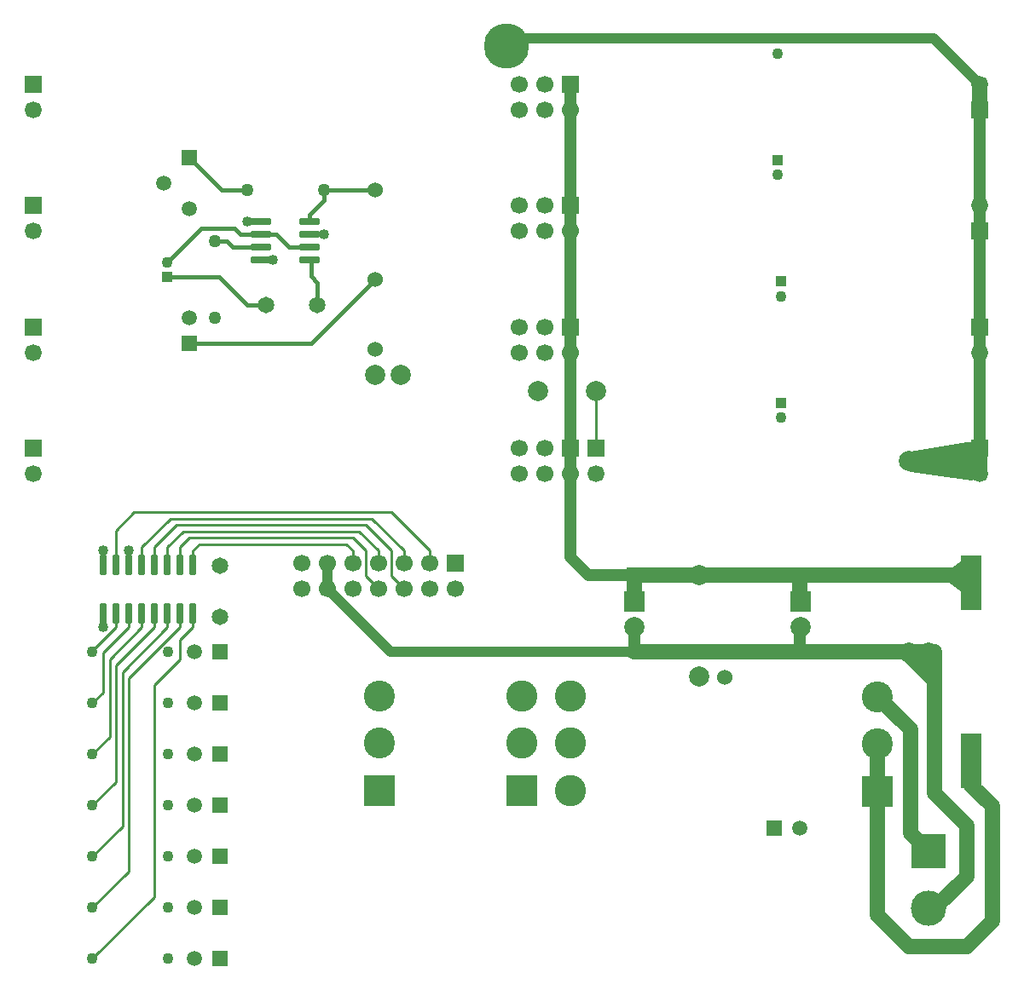
<source format=gbr>
G04 DipTrace 4.3.0.5*
G04 1 - Top.gbr*
%MOMM*%
G04 #@! TF.FileFunction,Copper,L1,Top*
G04 #@! TF.Part,Single*
%AMOUTLINE0*
4,1,28,
0.16,-1.035,
-0.16,-1.035,
-0.204,-1.02921,
-0.245,-1.01222,
-0.28021,-0.98521,
-0.30722,-0.95,
-0.32421,-0.909,
-0.33,-0.865,
-0.33,0.865,
-0.32421,0.909,
-0.30722,0.95,
-0.28021,0.98521,
-0.245,1.01222,
-0.204,1.02921,
-0.16,1.035,
0.16,1.035,
0.204,1.02921,
0.245,1.01222,
0.28021,0.98521,
0.30722,0.95,
0.32421,0.909,
0.33,0.865,
0.33,-0.865,
0.32421,-0.909,
0.30722,-0.95,
0.28021,-0.98521,
0.245,-1.01222,
0.204,-1.02921,
0.16,-1.035,
0*%
%AMOUTLINE3*
4,1,28,
-0.16,1.035,
0.16,1.035,
0.204,1.02921,
0.245,1.01222,
0.28021,0.98521,
0.30722,0.95,
0.32421,0.909,
0.33,0.865,
0.33,-0.865,
0.32421,-0.909,
0.30722,-0.95,
0.28021,-0.98521,
0.245,-1.01222,
0.204,-1.02921,
0.16,-1.035,
-0.16,-1.035,
-0.204,-1.02921,
-0.245,-1.01222,
-0.28021,-0.98521,
-0.30722,-0.95,
-0.32421,-0.909,
-0.33,-0.865,
-0.33,0.865,
-0.32421,0.909,
-0.30722,0.95,
-0.28021,0.98521,
-0.245,1.01222,
-0.204,1.02921,
-0.16,1.035,
0*%
%AMOUTLINE6*
4,1,28,
1.035,0.16,
1.035,-0.16,
1.02921,-0.204,
1.01222,-0.245,
0.98521,-0.28021,
0.95,-0.30722,
0.909,-0.32421,
0.865,-0.33,
-0.865,-0.33,
-0.909,-0.32421,
-0.95,-0.30722,
-0.98521,-0.28021,
-1.01222,-0.245,
-1.02921,-0.204,
-1.035,-0.16,
-1.035,0.16,
-1.02921,0.204,
-1.01222,0.245,
-0.98521,0.28021,
-0.95,0.30722,
-0.909,0.32421,
-0.865,0.33,
0.865,0.33,
0.909,0.32421,
0.95,0.30722,
0.98521,0.28021,
1.01222,0.245,
1.02921,0.204,
1.035,0.16,
0*%
%AMOUTLINE9*
4,1,28,
-1.035,-0.16,
-1.035,0.16,
-1.02921,0.204,
-1.01222,0.245,
-0.98521,0.28021,
-0.95,0.30722,
-0.909,0.32421,
-0.865,0.33,
0.865,0.33,
0.909,0.32421,
0.95,0.30722,
0.98521,0.28021,
1.01222,0.245,
1.02921,0.204,
1.035,0.16,
1.035,-0.16,
1.02921,-0.204,
1.01222,-0.245,
0.98521,-0.28021,
0.95,-0.30722,
0.909,-0.32421,
0.865,-0.33,
-0.865,-0.33,
-0.909,-0.32421,
-0.95,-0.30722,
-0.98521,-0.28021,
-1.01222,-0.245,
-1.02921,-0.204,
-1.035,-0.16,
0*%
G04 #@! TA.AperFunction,Conductor*
%ADD10C,0.25*%
%ADD16C,1.5*%
%ADD17C,1.2*%
%ADD18C,1.0*%
%ADD19C,0.44*%
%ADD20C,0.66*%
%ADD21C,0.5*%
G04 #@! TA.AperFunction,CopperBalancing*
%ADD23C,0.381*%
G04 #@! TA.AperFunction,ComponentPad*
%ADD27R,1.6X1.6*%
%ADD28C,1.6*%
%ADD29R,1.69X1.69*%
%ADD30C,1.69*%
%ADD31R,1.7X1.7*%
%ADD32C,1.7*%
%ADD33C,1.5*%
%ADD34R,1.5X1.5*%
%ADD35C,1.524*%
%ADD36C,1.524*%
%ADD37C,3.5*%
%ADD38R,3.5X3.5*%
%ADD39R,2.0X3.0*%
%ADD40R,3.08X3.08*%
%ADD41C,3.08*%
%ADD42R,3.1X3.1*%
%ADD43C,3.1*%
%ADD44C,1.1*%
%ADD45C,2.0*%
%ADD46C,1.65*%
%ADD47C,4.5*%
%ADD49R,1.1X1.1*%
%ADD50R,2.0X2.0*%
%ADD51C,2.0*%
%ADD52C,1.27*%
%ADD53C,1.27*%
G04 #@! TA.AperFunction,ViaPad*
%ADD54C,1.016*%
%ADD120OUTLINE0*%
%ADD123OUTLINE3*%
%ADD126OUTLINE6*%
%ADD129OUTLINE9*%
%FSLAX35Y35*%
G04*
G71*
G90*
G75*
G01*
G04 Top*
%LPD*%
X2918880Y-563753D2*
D16*
X4516247D1*
X4572000Y-508000D1*
X4617503D1*
X2172753Y-563753D2*
X2918880D1*
X1270000D2*
X1918753D1*
X2172753D1*
X4617503Y-762000D2*
D10*
Y-508000D1*
X1918753Y-563753D2*
D3*
X1270000D2*
D16*
Y-825500D1*
X2918880Y-563753D2*
Y-823380D1*
X2921000Y-825500D1*
X1270000Y-563753D2*
D17*
X817753D1*
X635000Y-381000D1*
Y444500D1*
Y698500D2*
Y1905000D1*
Y4318000D1*
Y2857500D2*
D10*
Y3111500D1*
Y4064000D1*
Y2857500D2*
D17*
Y698500D1*
Y1651000D1*
Y1905000D1*
Y444500D2*
Y698500D1*
X-3143250Y1746250D2*
D19*
X-1936750D1*
X-1301750Y2381250D1*
X-3365500Y2401500D2*
X-2846000D1*
X-2571750Y2127250D1*
X-2381250D1*
X-2571750Y2952750D2*
X-2433250D1*
X-1301750Y3270250D2*
X-1809750D1*
X-2433250Y2571750D2*
X-2317750D1*
X-1809750Y3270250D2*
Y3161573D1*
X-1948250Y3023073D1*
Y2952750D1*
X4617503Y-2532253D2*
D17*
Y-2278253D1*
Y-2532253D2*
D16*
Y-2649003D1*
X4826000Y-2857500D1*
Y-4000500D1*
X4572000Y-4254500D1*
X4001197D1*
X3683000Y-3936303D1*
Y-2709567D1*
X3685267Y-2707300D1*
Y-2237300D1*
X4191000Y-3302000D2*
X4013357Y-3124357D1*
Y-2095390D1*
X3685267Y-1767300D1*
X4191000Y-3873500D2*
X4254500D1*
X4572000Y-3556000D1*
Y-3048000D1*
X4254500Y-2730500D1*
Y-1325753D1*
X4000500D1*
X2918880D1*
X1270000D1*
X-1778000Y-698500D2*
D18*
X-1150747Y-1325753D1*
X1270000D1*
X-4000500Y-456000D2*
D21*
Y-317500D1*
X-1778000Y-444500D2*
D18*
Y-698500D1*
X2918880Y-1325753D2*
D17*
Y-1081620D1*
X2921000Y-1079500D1*
X1270000Y-1325753D2*
Y-1079500D1*
X4191000Y-1333500D2*
D20*
Y-1325753D1*
D16*
X4254500D1*
X4000500Y-1333500D2*
D20*
Y-1325753D1*
X4699000Y698500D2*
D17*
Y4064000D1*
Y3111500D2*
D10*
Y4064000D1*
Y2857500D2*
Y698500D1*
X2698750Y4774000D2*
D18*
X4243000D1*
X4699000Y4318000D1*
Y698500D2*
D17*
Y1651000D1*
Y1905000D2*
Y2857500D1*
Y3111500D2*
Y2857500D1*
Y1651000D2*
Y1905000D1*
Y4064000D2*
D16*
Y4318000D1*
X4191000Y571500D2*
D18*
X4635500D1*
X4699000Y635000D1*
Y444500D1*
X4000500Y571500D2*
D17*
X4191000D1*
X2698750Y4774000D2*
D18*
X75000D1*
X0Y4699000D1*
X4699000Y444500D2*
D16*
Y698500D1*
X-4000500Y-941000D2*
D21*
Y-1079500D1*
X-762000Y-444500D2*
D10*
Y-317500D1*
X-1143000Y63500D1*
X-3692657D1*
X-3873500Y-117343D1*
Y-456000D1*
X-1016000Y-444500D2*
Y-317500D1*
X-1333500Y0D1*
X-3335490D1*
X-3619500Y-284010D1*
Y-456000D1*
X-3365500Y2551500D2*
D19*
X-3027750Y2889250D1*
X-2698750D1*
X-2635250Y2825750D1*
X-2433250D1*
X-2284250D1*
X-2157250Y2698750D1*
X-1948250D1*
X-1809750Y2825750D2*
X-1948250D1*
X-2571750Y3270250D2*
X-2825750D1*
X-3143250Y3587750D1*
X-2889250Y2762250D2*
X-2776180D1*
X-2712680Y2698750D1*
X-2433250D1*
X889000Y1270000D2*
D10*
Y698500D1*
X-1873250Y2127250D2*
D19*
Y2347730D1*
X-1936750Y2411230D1*
Y2571750D1*
X-1948250D1*
X-3619500Y-941000D2*
D10*
Y-1077760D1*
X-3937000Y-1395260D1*
Y-2171007D1*
X-4107747Y-2341753D1*
X-3873500Y-941000D2*
Y-1079500D1*
X-4119753Y-1325753D1*
X-4107747D1*
X-3746500Y-941000D2*
Y-1077760D1*
X-4000500Y-1331760D1*
Y-1726507D1*
X-4107747Y-1833753D1*
X-1016000Y-698500D2*
X-1143000Y-571500D1*
Y-317500D1*
X-1397000Y-63500D1*
X-3271990D1*
X-3492500Y-284010D1*
Y-456000D1*
X-1270000Y-444500D2*
Y-317500D1*
X-1460500Y-127000D1*
X-3208490D1*
X-3365500Y-284010D1*
Y-456000D1*
X-3492500Y-941000D2*
Y-1077760D1*
X-3873500Y-1458760D1*
Y-2615507D1*
X-4107747Y-2849753D1*
X-3365500Y-941000D2*
Y-1077760D1*
X-3810000Y-1522260D1*
Y-3060007D1*
X-4107747Y-3357753D1*
X-1270000Y-698500D2*
X-1397000Y-571500D1*
Y-317500D1*
X-1524000Y-190500D1*
X-3144990D1*
X-3238500Y-284010D1*
Y-456000D1*
Y-941000D2*
Y-1077760D1*
X-3746500Y-1585760D1*
Y-3504507D1*
X-4107747Y-3865753D1*
X-1524000Y-444500D2*
Y-317500D1*
X-1587500Y-254000D1*
X-3048000D1*
X-3111500Y-317500D1*
Y-456000D1*
Y-941000D2*
Y-1079500D1*
X-3238500Y-1206500D1*
Y-1397000D1*
X-3492500Y-1651000D1*
Y-3758507D1*
X-4107747Y-4373753D1*
X-3746500Y-456000D2*
Y-317500D1*
D54*
X-4000500D3*
Y-1079500D3*
X-3746500Y-317500D3*
X-2317750Y2571750D3*
X-2571750Y2952750D3*
X-1809750Y2825750D3*
X4531787Y-437817D2*
D23*
X4549133D1*
X4481447Y-475583D2*
X4549133D1*
X4431107Y-513350D2*
X4549133D1*
X4380727Y-551117D2*
X4549133D1*
X4376747Y-588883D2*
X4549133D1*
X4427087Y-626650D2*
X4549133D1*
X4477467Y-664417D2*
X4549133D1*
X4527807Y-702183D2*
X4549133D1*
X4552963Y-419090D2*
X4349747Y-571497D1*
X4552950Y-723880D1*
Y-419120D1*
X3961080Y-1390317D2*
X4231620D1*
X3998847Y-1428083D2*
X4231620D1*
X4036613Y-1465850D2*
X4231620D1*
X4074377Y-1503617D2*
X4231620D1*
X4112143Y-1541383D2*
X4231620D1*
X4149907Y-1579150D2*
X4231620D1*
X4187673Y-1616917D2*
X4231620D1*
X4235430Y-1352550D2*
X3919507D1*
X4235457Y-1668517D1*
X4235450Y-1352570D1*
X4350800Y705183D2*
X4612633D1*
X4124173Y667417D2*
X4612633D1*
X4023380Y629650D2*
X4612633D1*
X4023380Y591883D2*
X4612633D1*
X4023380Y554117D2*
X4612633D1*
X4023380Y516350D2*
X4612633D1*
X4117177Y478583D2*
X4612633D1*
X4368957Y440817D2*
X4612633D1*
X4019540Y492657D2*
X4616450Y403120D1*
X4616443Y742950D1*
X4573573D1*
X4019533Y650610D1*
X4019550Y514350D1*
Y492640D1*
D27*
X2918880Y-563753D3*
D28*
Y-1325753D3*
D27*
X1270000Y-563753D3*
D28*
Y-1325753D3*
D29*
X-4699000Y4318000D3*
D30*
Y4064000D3*
D31*
X635000Y4318000D3*
D32*
Y4064000D3*
X381000Y4318000D3*
Y4064000D3*
X127000Y4318000D3*
Y4064000D3*
D33*
X2912063Y-3076367D3*
D34*
X2658063D3*
D35*
X2172753Y-1579753D3*
D36*
Y-563753D3*
D37*
X4191000Y-3873500D3*
D38*
Y-3302000D3*
D39*
X4617503Y-762000D3*
Y-508000D3*
Y-2532253D3*
Y-2278253D3*
D31*
X-508000Y-444500D3*
D32*
Y-698500D3*
X-762000Y-444500D3*
Y-698500D3*
X-1016000Y-444500D3*
Y-698500D3*
X-1270000Y-444500D3*
Y-698500D3*
X-1524000Y-444500D3*
Y-698500D3*
X-1778000Y-444500D3*
Y-698500D3*
X-2032000Y-444500D3*
Y-698500D3*
D33*
X-3097747Y-1325753D3*
D34*
X-2843747D3*
D40*
X-1256247Y-2699553D3*
D41*
Y-2229553D3*
Y-1759553D3*
D42*
X153253Y-2699553D3*
D43*
Y-2229553D3*
Y-1759553D3*
X636253D3*
Y-2229553D3*
Y-2699553D3*
D120*
X-3111500Y-456000D3*
X-3238500D3*
X-3365500D3*
X-3492500D3*
X-3619500D3*
X-3746500D3*
X-3873500D3*
X-4000500D3*
D123*
Y-941000D3*
X-3873500D3*
X-3746500D3*
X-3619500D3*
X-3492500D3*
X-3365500D3*
X-3238500D3*
X-3111500D3*
D44*
X-4107747Y-1325753D3*
X-3357747D3*
X-4107747Y-1833753D3*
X-3357747D3*
X-4107747Y-2341753D3*
X-3357747D3*
X-4107747Y-2849753D3*
X-3357747D3*
X-4107747Y-3357753D3*
X-3357747D3*
X-4107747Y-3865753D3*
X-3357747D3*
X-4107747Y-4373753D3*
X-3357747D3*
D33*
X-3097747Y-1833753D3*
D34*
X-2843747D3*
D33*
X-3097747Y-2341753D3*
D34*
X-2843747D3*
D33*
X-3097747Y-2849753D3*
D34*
X-2843747D3*
D33*
X-3097747Y-3357753D3*
D34*
X-2843747D3*
D33*
X-3097747Y-3865753D3*
D34*
X-2843747D3*
D33*
X-3097747Y-4373753D3*
D34*
X-2843747D3*
D45*
X1918753Y-563753D3*
Y-1564500D3*
D46*
X-2843747Y-976503D3*
Y-468503D3*
D40*
X3685267Y-2707300D3*
D41*
Y-2237300D3*
Y-1767300D3*
D47*
X0Y4699000D3*
D29*
X-4699000Y3111500D3*
D30*
Y2857500D3*
D31*
X635000Y3111500D3*
D32*
Y2857500D3*
X381000Y3111500D3*
Y2857500D3*
X127000Y3111500D3*
Y2857500D3*
D49*
X2698750Y3567500D3*
D44*
Y3417500D3*
D49*
X2730500Y1154500D3*
D44*
Y1004500D3*
D49*
X2698750Y4774000D3*
D44*
Y4624000D3*
D31*
X635000Y1905000D3*
D32*
Y1651000D3*
X381000Y1905000D3*
Y1651000D3*
X127000Y1905000D3*
Y1651000D3*
D49*
X2730500Y2361000D3*
D44*
Y2211000D3*
D29*
X4699000Y2857500D3*
D30*
Y3111500D3*
D29*
X-4699000Y1905000D3*
D30*
Y1651000D3*
D29*
X4699000Y1905000D3*
D30*
Y1651000D3*
D29*
Y4064000D3*
D30*
Y4318000D3*
D29*
X-4699000Y698500D3*
D30*
Y444500D3*
D31*
X635000Y698500D3*
D32*
Y444500D3*
X381000Y698500D3*
Y444500D3*
X127000Y698500D3*
Y444500D3*
D29*
X4699000Y698500D3*
D30*
Y444500D3*
D50*
X1270000Y-825500D3*
X2921000D3*
D51*
X1270000Y-1079500D3*
X2921000D3*
D46*
X-2381250Y2127250D3*
X-1873250D3*
D33*
X-3143250Y2000250D3*
D34*
Y1746250D3*
D52*
X-1809750Y3270250D3*
D53*
X-2571750D3*
D34*
X-3143250Y3587750D3*
D33*
X-3397250Y3333750D3*
X-3143250Y3079750D3*
D52*
X-2889250Y2000250D3*
D53*
Y2762250D3*
D35*
X-1301750Y3270250D3*
Y1682750D3*
Y2381250D3*
D126*
X-2433250Y2952750D3*
Y2825750D3*
Y2698750D3*
Y2571750D3*
D129*
X-1948250D3*
Y2698750D3*
Y2825750D3*
Y2952750D3*
D51*
X-1301750Y1428750D3*
X-1047750D3*
D49*
X-3365500Y2401500D3*
D44*
Y2551500D3*
D29*
X889000Y698500D3*
D30*
Y444500D3*
D51*
X317500Y1270000D3*
X889000D3*
X4191000Y-1333500D3*
Y571500D3*
X4000500Y-1333500D3*
Y571500D3*
M02*

</source>
